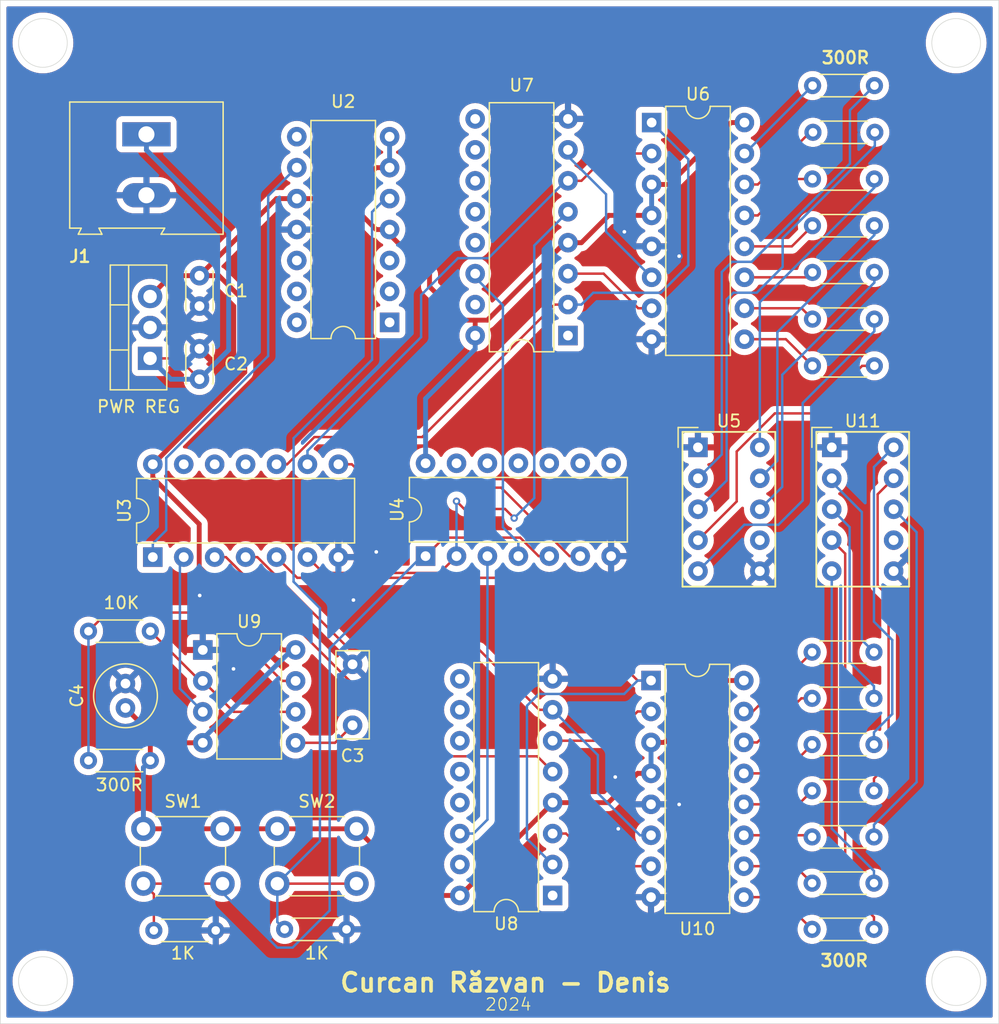
<source format=kicad_pcb>
(kicad_pcb (version 20240108) (generator "pcbnew") (generator_version "8.0")
  (layers (0 "F.Cu" signal) (31 "B.Cu" signal) (34 "B.Paste" user) (35 "F.Paste" user) (36 "B.SilkS" user "B.Silkscreen") (37 "F.SilkS" user "F.Silkscreen") (38 "B.Mask" user) (39 "F.Mask" user) (44 "Edge.Cuts" user))
  (net 0 "")
  (net 1 "+5V")
  (net 2 "GND")
  (net 3 "Net-(J1-Pin_1)")
  (net 4 "Net-(U9-CV)")
  (net 5 "Net-(U6-Qa)")
  (net 6 "Net-(U5-A)")
  (net 7 "Net-(U5-B)")
  (net 8 "Net-(U6-Qb)")
  (net 9 "Net-(U5-C)")
  (net 10 "Net-(U6-Qc)")
  (net 11 "Net-(U6-Qd)")
  (net 12 "Net-(U5-D)")
  (net 13 "Net-(U6-Qe)")
  (net 14 "Net-(U5-E)")
  (net 15 "Net-(U5-F)")
  (net 16 "Net-(U6-Qf)")
  (net 17 "Net-(U6-Qg)")
  (net 18 "Net-(U5-G)")
  (net 19 "Net-(U10-Qa)")
  (net 20 "Net-(U11-A)")
  (net 21 "Net-(U11-B)")
  (net 22 "Net-(U10-Qb)")
  (net 23 "Net-(U11-C)")
  (net 24 "Net-(U10-Qc)")
  (net 25 "Net-(U11-D)")
  (net 26 "Net-(U10-Qd)")
  (net 27 "Net-(U10-Qe)")
  (net 28 "Net-(U11-E)")
  (net 29 "Net-(U10-Qf)")
  (net 30 "Net-(U11-F)")
  (net 31 "Net-(U10-Qg)")
  (net 32 "Net-(U11-G)")
  (net 33 "Net-(U8-UP)")
  (net 34 "Net-(U2A-C)")
  (net 35 "Net-(U9-DIS)")
  (net 37 "Net-(U2A-Q)")
  (net 38 "Net-(U3-Pad8)")
  (net 39 "Net-(U10-DB)")
  (net 40 "Net-(U10-DD)")
  (net 41 "Net-(U7-UP)")
  (net 42 "Net-(U6-DC)")
  (net 43 "Net-(U9-Q)")
  (net 44 "Net-(U6-DB)")
  (net 45 "Net-(U8-CLR)")
  (net 46 "Net-(U7-CLR)")
  (net 48 "Net-(U6-DD)")
  (net 49 "Net-(U6-DA)")
  (net 59 "Net-(U10-DA)")
  (net 62 "Net-(U10-DC)")
  (net 82 "Net-(R15-Pad1)")
  (net 83 "Net-(U9-THR)")
  (footprint "Resistor_THT:R_Axial_DIN0204_L3.6mm_D1.6mm_P5.08mm_Horizontal" (layer "F.Cu") (at 194.95 42.6667)
    (property "Reference" "R1" (hide yes))
    (property "Value" "300R")
  )
  (footprint "Resistor_THT:R_Axial_DIN0204_L3.6mm_D1.6mm_P5.08mm_Horizontal" (layer "F.Cu") (at 194.92 89.0833)
    (property "Reference" "R8" (hide yes))
    (property "Value" "300R")
  )
  (footprint "Capacitor_THT:C_Radial_D5.0mm_H11.0mm_P2.00mm" (layer "F.Cu") (at 138.53 84.08 -90)
    (property "Reference" "C4")
    (property "Value" "47u")
  )
  (footprint "Package_DIP:DIP-14_W7.62mm" (layer "F.Cu") (at 160.22 54.435 180)
    (property "Reference" "U2")
    (property "Value" "74LS73")
  )
  (footprint "Button_Switch_THT:SW_PUSH_6mm" (layer "F.Cu") (at 151 96)
    (property "Reference" "SW2")
    (property "Value" "SW_Start_Stop")
  )
  (footprint "Resistor_THT:R_Axial_DIN0204_L3.6mm_D1.6mm_P5.08mm_Horizontal" (layer "F.Cu") (at 140.86 104.34)
    (property "Reference" "1K")
    (property "Value" "1k")
  )
  (footprint "Capacitor_THT:C_Disc_D3.0mm_W2.0mm_P2.50mm" (layer "F.Cu") (at 144.605 59.1 90)
    (property "Reference" "C2")
    (property "Value" "100n")
  )
  (footprint "Resistor_THT:R_Axial_DIN0204_L3.6mm_D1.6mm_P5.08mm_Horizontal" (layer "F.Cu") (at 140.57 79.78 180)
    (property "Reference" "10K")
    (property "Value" "10k")
  )
  (footprint "Resistor_THT:R_Axial_DIN0204_L3.6mm_D1.6mm_P5.08mm_Horizontal" (layer "F.Cu") (at 194.95 58)
    (property "Reference" "R5" (hide yes))
    (property "Value" "300R")
  )
  (footprint "Resistor_THT:R_Axial_DIN0204_L3.6mm_D1.6mm_P5.08mm_Horizontal" (layer "F.Cu") (at 194.92 104.25)
    (property "Reference" "R12" (hide yes))
    (property "Value" "300R")
  )
  (footprint "Resistor_THT:R_Axial_DIN0204_L3.6mm_D1.6mm_P5.08mm_Horizontal" (layer "F.Cu") (at 194.92 85.2917)
    (property "Reference" "R14" (hide yes))
    (property "Value" "300R")
  )
  (footprint "Package_DIP:DIP-14_W7.62mm" (layer "F.Cu") (at 163.175 73.62 90)
    (property "Reference" "U4")
    (property "Value" "4071")
  )
  (footprint "Package_DIP:DIP-16_W7.62mm" (layer "F.Cu") (at 174.87 55.515 180)
    (property "Reference" "U7")
    (property "Value" "74LS193")
  )
  (footprint "Resistor_THT:R_Axial_DIN0204_L3.6mm_D1.6mm_P5.08mm_Horizontal" (layer "F.Cu") (at 151.6 104.25)
    (property "Reference" "1K")
    (property "Value" "1k")
  )
  (footprint "Resistor_THT:R_Axial_DIN0204_L3.6mm_D1.6mm_P5.08mm_Horizontal" (layer "F.Cu") (at 194.95 54.1667)
    (property "Reference" "R4" (hide yes))
    (property "Value" "300R")
  )
  (footprint "Package_TO_SOT_THT:TO-220-3_Vertical" (layer "F.Cu") (at 140.55 57.39 90)
    (property "Reference" "PWR REG")
    (property "Value" "L7805")
  )
  (footprint "Package_DIP:DIP-16_W7.62mm" (layer "F.Cu") (at 181.69 83.83)
    (property "Reference" "U10")
    (property "Value" "4511")
  )
  (footprint "Capacitor_THT:C_Disc_D3.0mm_W2.0mm_P2.50mm" (layer "F.Cu") (at 144.605 50.6 -90)
    (property "Reference" "C1")
    (property "Value" "100n")
  )
  (footprint "Resistor_THT:R_Axial_DIN0204_L3.6mm_D1.6mm_P5.08mm_Horizontal" (layer "F.Cu") (at 194.92 96.6667)
    (property "Reference" "R10" (hide yes))
    (property "Value" "300R")
  )
  (footprint "Package_DIP:DIP-8_W7.62mm" (layer "F.Cu") (at 144.88 81.32)
    (property "Reference" "U9")
    (property "Value" "NE555D")
  )
  (footprint "Display_7Segment:HDSP-7401" (layer "F.Cu") (at 196.5325 64.69)
    (property "Reference" "U11")
    (property "Value" "HDSP-7403")
  )
  (footprint "Resistor_THT:R_Axial_DIN0204_L3.6mm_D1.6mm_P5.08mm_Horizontal" (layer "F.Cu") (at 194.92 100.4583)
    (property "Reference" "R11" (hide yes))
    (property "Value" "300R")
  )
  (footprint "Resistor_THT:R_Axial_DIN0204_L3.6mm_D1.6mm_P5.08mm_Horizontal" (layer "F.Cu") (at 194.95 46.5)
    (property "Reference" "R2" (hide yes))
    (property "Value" "300R")
  )
  (footprint "Capacitor_THT:C_Rect_L7.0mm_W2.5mm_P5.00mm" (layer "F.Cu") (at 157.18 82.5 -90)
    (property "Reference" "C3")
    (property "Value" "10n")
  )
  (footprint "Resistor_THT:R_Axial_DIN0204_L3.6mm_D1.6mm_P5.08mm_Horizontal" (layer "F.Cu") (at 194.92 81.5)
    (property "Reference" "R13" (hide yes))
    (property "Value" "300R")
  )
  (footprint "Resistor_THT:R_Axial_DIN0204_L3.6mm_D1.6mm_P5.08mm_Horizontal" (layer "F.Cu") (at 194.92 92.875)
    (property "Reference" "R9" (hide yes))
    (property "Value" "300R")
  )
  (footprint "Resistor_THT:R_Axial_DIN0204_L3.6mm_D1.6mm_P5.08mm_Horizontal" (layer "F.Cu") (at 194.95 50.3333)
    (property "Reference" "R3" (hide yes))
    (property "Value" "300R")
  )
  (footprint "TerminalBlock:TerminalBlock_Altech_AK300-2_P5.00mm" (layer "F.Cu") (at 140.25 39 -90)
    (property "Reference" "J1" (hide yes))
    (property "Value" "Screw_Terminal_01x02")
  )
  (footprint "Resistor_THT:R_Axial_DIN0204_L3.6mm_D1.6mm_P5.08mm_Horizontal" (layer "F.Cu") (at 194.96 35)
    (property "Reference" "R6" (hide yes))
    (property "Value" "300R")
  )
  (footprint "Package_DIP:DIP-14_W7.62mm" (layer "F.Cu") (at 140.775 73.7 90)
    (property "Reference" "U3")
    (property "Value" "74LS08")
  )
  (footprint "Resistor_THT:R_Axial_DIN0204_L3.6mm_D1.6mm_P5.08mm_Horizontal" (layer "F.Cu") (at 194.99 38.8333)
    (property "Reference" "R7" (hide yes))
    (property "Value" "300R")
  )
  (footprint "Resistor_THT:R_Axial_DIN0204_L3.6mm_D1.6mm_P5.08mm_Horizontal" (layer "F.Cu") (at 135.49 90.4)
    (property "Reference" "300R")
    (property "Value" "300")
  )
  (footprint "Package_DIP:DIP-16_W7.62mm" (layer "F.Cu") (at 181.74 38.035)
    (property "Reference" "U6")
    (property "Value" "4511")
  )
  (footprint "Display_7Segment:HDSP-7401" (layer "F.Cu") (at 185.545 64.6925)
    (property "Reference" "U5")
    (property "Value" "HDSP-7403")
  )
  (footprint "Button_Switch_THT:SW_PUSH_6mm" (layer "F.Cu") (at 140 96)
    (property "Reference" "SW1")
    (property "Value" "SW_Push")
  )
  (footprint "Package_DIP:DIP-16_W7.62mm" (layer "F.Cu") (at 173.61 101.47 180)
    (property "Reference" "U8")
    (property "Value" "74LS193")
  )
  (gr_circle (center 131.75 108.5) (end 133.75 108.5) (stroke (width 0.05)) (fill none) (layer "Edge.Cuts"))
  (gr_circle (center 206.75 31.5) (end 208.75 31.5) (stroke (width 0.05)) (fill none) (layer "Edge.Cuts"))
  (gr_circle (center 206.75 108.5) (end 208.75 108.5) (stroke (width 0.05)) (fill none) (layer "Edge.Cuts"))
  (gr_rect (start 128.25 28) (end 210.25 112) (stroke (width 0.05)) (fill none) (layer "Edge.Cuts"))
  (gr_circle (center 131.75 31.5) (end 133.75 31.5) (stroke (width 0.05)) (fill none) (layer "Edge.Cuts"))
  (gr_text "300R" (at 195.5 107.4 0) (layer "F.SilkS") (effects (font (size 1 1) (thickness 0.2) (bold yes)) (justify left bottom)))
  (gr_text "2024\n" (at 168 111 0) (layer "F.SilkS") (effects (font (size 1 1) (thickness 0.1)) (justify left bottom)))
  (gr_text "300R" (at 195.6 33.3 0) (layer "F.SilkS") (effects (font (size 1 1) (thickness 0.2) (bold yes)) (justify left bottom)))
  (gr_text "J1" (at 133.8 49.6 0) (layer "F.SilkS") (effects (font (size 1 1) (thickness 0.2) (bold yes)) (justify left bottom)))
  (gr_text "Curcan Răzvan - Denis\n" (at 156 109.5 0) (layer "F.SilkS") (effects (font (size 1.5 1.5) (thickness 0.3) (bold yes)) (justify left bottom)))
  (segment (start 178.2117 45.655) (end 175.9717 47.895) (width 0.4) (layer "F.Cu") (net 1))
  (segment (start 173.61 93.89) (end 173.61 93.85) (width 0.4) (layer "F.Cu") (net 1))
  (segment (start 178.1883 93.85) (end 180.5883 91.45) (width 0.4) (layer "F.Cu") (net 1))
  (segment (start 167.25 54.375) (end 167.125 54.25) (width 0.4) (layer "F.Cu") (net 1))
  (segment (start 152.6 44.275) (end 156.5783 44.275) (width 0.4) (layer "F.Cu") (net 1))
  (segment (start 187.8717 83.83) (end 189.31 83.83) (width 0.4) (layer "F.Cu") (net 1))
  (segment (start 174.605 47.895) (end 174.87 47.895) (width 0.4) (layer "F.Cu") (net 1))
  (segment (start 140.775 67.1817) (end 144.585 70.9917) (width 0.4) (layer "F.Cu") (net 1))
  (segment (start 148.325 52.725) (end 146.2 50.6) (width 0.4) (layer "F.Cu") (net 1))
  (segment (start 188.2583 38.035) (end 183.1783 43.115) (width 0.4) (layer "F.Cu") (net 1))
  (segment (start 156.5783 44.275) (end 159.1183 46.815) (width 0.4) (layer "F.Cu") (net 1))
  (segment (start 174.87 47.895) (end 175.9717 47.895) (width 0.4) (layer "F.Cu") (net 1))
  (segment (start 160.22 46.815) (end 160.22 47.22) (width 0.4) (layer "F.Cu") (net 1))
  (segment (start 181.69 88.91) (end 182.7917 88.91) (width 0.4) (layer "F.Cu") (net 1))
  (segment (start 173.61 93.85) (end 178.1883 93.85) (width 0.4) (layer "F.Cu") (net 1))
  (segment (start 140.57 88.94) (end 140.57 88.12) (width 0.4) (layer "F.Cu") (net 1))
  (segment (start 165.99 101.47) (end 162.97 101.47) (width 0.4) (layer "F.Cu") (net 1))
  (segment (start 160.22 41.735) (end 159.1183 41.735) (width 0.4) (layer "F.Cu") (net 1))
  (segment (start 156.5783 44.275) (end 157.6163 43.237) (width 0.4) (layer "F.Cu") (net 1))
  (segment (start 142.26 50.6) (end 140.55 52.31) (width 0.4) (layer "F.Cu") (net 1))
  (segment (start 144.605 50.6) (end 142.26 50.6) (width 0.4) (layer "F.Cu") (net 1))
  (segment (start 183.1783 43.115) (end 181.74 43.115) (width 0.4) (layer "F.Cu") (net 1))
  (segment (start 140.57 90.4) (end 140.57 88.94) (width 0.4) (layer "F.Cu") (net 1))
  (segment (start 167.125 54.25) (end 168.25 54.25) (width 0.4) (layer "F.Cu") (net 1))
  (segment (start 167.25 55.515) (end 167.25 54.375) (width 0.4) (layer "F.Cu") (net 1))
  (segment (start 151.3983 81.32) (end 152.5 81.32) (width 0.4) (layer "F.Cu") (net 1))
  (segment (start 157.6163 43.237) (end 159.1183 41.735) (width 0.4) (layer "F.Cu") (net 1))
  (segment (start 151 96) (end 146.5 96) (width 0.4) (layer "F.Cu") (net 1))
  (segment (start 144.88 88.94) (end 143.7783 88.94) (width 0.4) (layer "F.Cu") (net 1))
  (segment (start 146.2 50.6) (end 144.605 50.6) (width 0.4) (layer "F.Cu") (net 1))
  (segment (start 181.74 45.655) (end 178.2117 45.655) (width 0.4) (layer "F.Cu") (net 1))
  (segment (start 144.605 50.6) (end 150.93 44.275) (width 0.4) (layer "F.Cu") (net 1))
  (segment (start 166.03 101.47) (end 173.61 93.89) (width 0.4) (layer "F.Cu") (net 1))
  (segment (start 166.25 54.25) (end 167.125 54.25) (width 0.4) (layer "F.Cu") (net 1))
  (segment (start 182.7917 88.91) (end 187.8717 83.83) (width 0.4) (layer "F.Cu") (net 1))
  (segment (start 150.93 44.275) (end 152.6 44.275) (width 0.4) (layer "F.Cu") (net 1))
  (segment (start 189.36 38.035) (end 188.2583 38.035) (width 0.4) (layer "F.Cu") (net 1))
  (segment (start 163.5 51.5) (end 166.25 54.25) (width 0.4) (layer "F.Cu") (net 1))
  (segment (start 159.1183 46.815) (end 160.22 46.815) (width 0.4) (layer "F.Cu") (net 1))
  (segment (start 157.5 96) (end 151 96) (width 0.4) (layer "F.Cu") (net 1))
  (segment (start 165.99 101.47) (end 166.03 101.47) (width 0.4) (layer "F.Cu") (net 1))
  (segment (start 146.5 96) (end 140 96) (width 0.4) (layer "F.Cu") (net 1))
  (segment (start 163.5 50.5) (end 163.5 51.5) (width 0.4) (layer "F.Cu") (net 1))
  (segment (start 144.585 74.5067) (end 151.3983 81.32) (width 0.4) (layer "F.Cu") (net 1))
  (segment (start 181.69 91.45) (end 180.5883 91.45) (width 0.4) (layer "F.Cu") (net 1))
  (segment (start 144.585 70.9917) (end 144.585 74.5067) (width 0.4) (layer "F.Cu") (net 1))
  (segment (start 140.775 66.08) (end 140.775 67.1817) (width 0.4) (layer "F.Cu") (net 1))
  (segment (start 168.25 54.25) (end 174.605 47.895) (width 0.4) (layer "F.Cu") (net 1))
  (segment (start 162.97 101.47) (end 157.5 96) (width 0.4) (layer "F.Cu") (net 1))
  (segment (start 148.325 58.53) (end 148.325 52.725) (width 0.4) (layer "F.Cu") (net 1))
  (segment (start 160.22 47.22) (end 163.5 50.5) (width 0.4) (layer "F.Cu") (net 1))
  (segment (start 140.775 66.08) (end 148.325 58.53) (width 0.4) (layer "F.Cu") (net 1))
  (segment (start 140.57 88.94) (end 143.7783 88.94) (width 0.4) (layer "F.Cu") (net 1))
  (segment (start 140.57 88.12) (end 138.53 86.08) (width 0.4) (layer "F.Cu") (net 1))
  (segment (start 181.74 45.655) (end 181.74 43.115) (width 0.4) (layer "B.Cu") (net 1))
  (segment (start 140 90.97) (end 140.57 90.4) (width 0.4) (layer "B.Cu") (net 1))
  (segment (start 167.25 55.515) (end 167.25 56.6167) (width 0.4) (layer "B.Cu") (net 1))
  (segment (start 167.25 56.6167) (end 163.175 60.6917) (width 0.4) (layer "B.Cu") (net 1))
  (segment (start 144.88 88.62) (end 152.18 81.32) (width 0.4) (layer "B.Cu") (net 1))
  (segment (start 181.69 88.91) (end 181.69 91.45) (width 0.4) (layer "B.Cu") (net 1))
  (segment (start 160.22 41.735) (end 160.22 39.195) (width 0.4) (layer "B.Cu") (net 1))
  (segment (start 140 96) (end 140 90.97) (width 0.4) (layer "B.Cu") (net 1))
  (segment (start 152.18 81.32) (end 152.5 81.32) (width 0.4) (layer "B.Cu") (net 1))
  (segment (start 144.88 88.94) (end 144.88 88.62) (width 0.4) (layer "B.Cu") (net 1))
  (segment (start 163.175 60.6917) (end 163.175 66) (width 0.4) (layer "B.Cu") (net 1))
  (via (at 184 94) (size 0.6) (drill 0.3) (layers "F.Cu" "B.Cu") (net 2))
  (via (at 184 49) (size 0.6) (drill 0.3) (layers "F.Cu" "B.Cu") (net 2))
  (via (at 179 96) (size 0.6) (drill 0.3) (layers "F.Cu" "B.Cu") (net 2))
  (via (at 178.75 91.75) (size 0.6) (drill 0.3) (layers "F.Cu" "B.Cu") (net 2))
  (via (at 157.25 77.225) (size 0.6) (drill 0.3) (layers "F.Cu" "B.Cu") (net 2))
  (via (at 179.5 47) (size 0.6) (drill 0.3) (layers "F.Cu" "B.Cu") (net 2))
  (via (at 144.625 76.85) (size 0.6) (drill 0.3) (layers "F.Cu" "B.Cu") (net 2))
  (via (at 159.125 73.275) (size 0.6) (drill 0.3) (layers "F.Cu" "B.Cu") (net 2))
  (via (at 147.4 82.875) (size 0.6) (drill 0.3) (layers "F.Cu" "B.Cu") (net 2))
  (segment (start 142.895 57.39) (end 144.605 59.1) (width 0.2) (layer "F.Cu") (net 3))
  (segment (start 140.55 57.39) (end 142.895 57.39) (width 0.2) (layer "F.Cu") (net 3))
  (segment (start 144.605 59.1) (end 142.26 59.1) (width 0.4) (layer "B.Cu") (net 3))
  (segment (start 147 47.0417) (end 147 56.705) (width 0.4) (layer "B.Cu") (net 3))
  (segment (start 147 56.705) (end 144.605 59.1) (width 0.4) (layer "B.Cu") (net 3))
  (segment (start 140.25 39) (end 140.25 40.2917) (width 0.4) (layer "B.Cu") (net 3))
  (segment (start 142.26 59.1) (end 140.55 57.39) (width 0.4) (layer "B.Cu") (net 3))
  (segment (start 140.25 40.2917) (end 147 47.0417) (width 0.4) (layer "B.Cu") (net 3))
  (segment (start 155.74 88.94) (end 152.5 88.94) (width 0.2) (layer "F.Cu") (net 4))
  (segment (start 157.18 87.5) (end 155.74 88.94) (width 0.2) (layer "F.Cu") (net 4))
  (segment (start 189.36 45.655) (end 190.4617 45.655) (width 0.2) (layer "F.Cu") (net 5))
  (segment (start 190.4617 45.655) (end 193.45 42.6667) (width 0.2) (layer "F.Cu") (net 5))
  (segment (start 193.45 42.6667) (end 194.95 42.6667) (width 0.2) (layer "F.Cu") (net 5))
  (segment (start 200.03 43.37) (end 200.03 42.6667) (width 0.2) (layer "B.Cu") (net 6))
  (segment (start 190.625 64.6925) (end 190.625 52.775) (width 0.2) (layer "B.Cu") (net 6))
  (segment (start 190.625 52.775) (end 200.03 43.37) (width 0.2) (layer "B.Cu") (net 6))
  (segment (start 192.065 55.235) (end 192.065 65.7925) (width 0.2) (layer "B.Cu") (net 7))
  (segment (start 200.03 46.5) (end 200.03 47.27) (width 0.2) (layer "B.Cu") (net 7))
  (segment (start 192.065 65.7925) (end 190.625 67.2325) (width 0.2) (layer "B.Cu") (net 7))
  (segment (start 200.03 47.27) (end 192.065 55.235) (width 0.2) (layer "B.Cu") (net 7))
  (segment (start 189.36 48.195) (end 193.255 48.195) (width 0.2) (layer "F.Cu") (net 8))
  (segment (start 193.255 48.195) (end 194.95 46.5) (width 0.2) (layer "F.Cu") (net 8))
  (segment (start 192.465 58.735) (end 200.03 51.17) (width 0.2) (layer "B.Cu") (net 9))
  (segment (start 200.03 51.17) (end 200.03 50.3333) (width 0.2) (layer "B.Cu") (net 9))
  (segment (start 192.465 67.9325) (end 192.465 58.735) (width 0.2) (layer "B.Cu") (net 9))
  (segment (start 190.625 69.7725) (end 192.465 67.9325) (width 0.2) (layer "B.Cu") (net 9))
  (segment (start 194.5483 50.735) (end 194.95 50.3333) (width 0.2) (layer "F.Cu") (net 10))
  (segment (start 189.36 50.735) (end 194.5483 50.735) (width 0.2) (layer "F.Cu") (net 10))
  (segment (start 189.36 53.275) (end 194.0583 53.275) (width 0.2) (layer "F.Cu") (net 11))
  (segment (start 194.0583 53.275) (end 194.95 54.1667) (width 0.2) (layer "F.Cu") (net 11))
  (segment (start 194.1488 69.0512) (end 194.1488 61.0496) (width 0.2) (layer "B.Cu") (net 12))
  (segment (start 200.03 55.1684) (end 200.03 54.1667) (width 0.2) (layer "B.Cu") (net 12))
  (segment (start 192.1575 71.0425) (end 194.1488 69.0512) (width 0.2) (layer "B.Cu") (net 12))
  (segment (start 189.355 71.0425) (end 192.1575 71.0425) (width 0.2) (layer "B.Cu") (net 12))
  (segment (start 194.1488 61.0496) (end 200.03 55.1684) (width 0.2) (layer "B.Cu") (net 12))
  (segment (start 185.545 74.8525) (end 189.355 71.0425) (width 0.2) (layer "B.Cu") (net 12))
  (segment (start 189.36 55.815) (end 192.765 55.815) (width 0.2) (layer "F.Cu") (net 13))
  (segment (start 192.765 55.815) (end 194.95 58) (width 0.2) (layer "F.Cu") (net 13))
  (segment (start 185.545 72.3125) (end 188.725 69.1325) (width 0.2) (layer "F.Cu") (net 14))
  (segment (start 199.0283 58) (end 200.03 58) (width 0.2) (layer "F.Cu") (net 14))
  (segment (start 188.725 69.1325) (end 188.725 65.0336) (width 0.2) (layer "F.Cu") (net 14))
  (segment (start 195.1246 61.9037) (end 199.0283 58) (width 0.2) (layer "F.Cu") (net 14))
  (segment (start 188.725 65.0336) (end 191.8549 61.9037) (width 0.2) (layer "F.Cu") (net 14))
  (segment (start 191.8549 61.9037) (end 195.1246 61.9037) (width 0.2) (layer "F.Cu") (net 14))
  (segment (start 187.5 65.2775) (end 187.5 50.3) (width 0.2) (layer "B.Cu") (net 15))
  (segment (start 188.335 49.465) (end 189.96 49.465) (width 0.2) (layer "B.Cu") (net 15))
  (segment (start 185.545 67.2325) (end 187.5 65.2775) (width 0.2) (layer "B.Cu") (net 15))
  (segment (start 198.025 41.4) (end 198.025 37.015) (width 0.2) (layer "B.Cu") (net 15))
  (segment (start 198.025 37.015) (end 200.04 35) (width 0.2) (layer "B.Cu") (net 15))
  (segment (start 187.5 50.3) (end 188.335 49.465) (width 0.2) (layer "B.Cu") (net 15))
  (segment (start 189.96 49.465) (end 198.025 41.4) (width 0.2) (layer "B.Cu") (net 15))
  (segment (start 189.385 40.575) (end 194.96 35) (width 0.2) (layer "B.Cu") (net 16))
  (segment (start 189.36 40.575) (end 189.385 40.575) (width 0.2) (layer "B.Cu") (net 16))
  (segment (start 189.36 43.115) (end 190.4617 43.115) (width 0.2) (layer "F.Cu") (net 17))
  (segment (start 190.4617 43.115) (end 194.7434 38.8333) (width 0.2) (layer "F.Cu") (net 17))
  (segment (start 194.7434 38.8333) (end 194.99 38.8333) (width 0.2) (layer "F.Cu") (net 17))
  (segment (start 188.45 52) (end 190.375 52) (width 0.2) (layer "B.Cu") (net 18))
  (segment (start 192.5 49.875) (end 192.5 47.5152) (width 0.2) (layer "B.Cu") (net 18))
  (segment (start 192.5 47.5152) (end 200.07 39.9452) (width 0.2) (layer "B.Cu") (net 18))
  (segment (start 187.9 52.55) (end 188.45 52) (width 0.2) (layer "B.Cu") (net 18))
  (segment (start 200.07 39.9452) (end 200.07 38.8333) (width 0.2) (layer "B.Cu") (net 18))
  (segment (start 190.375 52) (end 192.5 49.875) (width 0.2) (layer "B.Cu") (net 18))
  (segment (start 187.9 67.4175) (end 187.9 52.55) (width 0.2) (layer "B.Cu") (net 18))
  (segment (start 185.545 69.7725) (end 187.9 67.4175) (width 0.2) (layer "B.Cu") (net 18))
  (segment (start 189.31 91.45) (end 192.5533 91.45) (width 0.2) (layer "F.Cu") (net 19))
  (segment (start 192.5533 91.45) (end 194.92 89.0833) (width 0.2) (layer "F.Cu") (net 19))
  (segment (start 201.6125 64.69) (end 200 66.3025) (width 0.2) (layer "B.Cu") (net 20))
  (segment (start 201.5 86.5816) (end 200 88.0816) (width 0.2) (layer "B.Cu") (net 20))
  (segment (start 200 88.0816) (end 200 89.0833) (width 0.2) (layer "B.Cu") (net 20))
  (segment (start 201.5 80.5) (end 201.5 86.5816) (width 0.2) (layer "B.Cu") (net 20))
  (segment (start 200 79) (end 201.5 80.5) (width 0.2) (layer "B.Cu") (net 20))
  (segment (start 200 66.3025) (end 200 79) (width 0.2) (layer "B.Cu") (net 20))
  (segment (start 201.6125 67.23) (end 200.3 68.5425) (width 0.2) (layer "F.Cu") (net 21))
  (segment (start 201.2 76.9302) (end 201.2 90.6733) (width 0.2) (layer "F.Cu") (net 21))
  (segment (start 201.2 90.6733) (end 200 91.8733) (width 0.2) (layer "F.Cu") (net 21))
  (segment (start 200.3 76.0302) (end 201.2 76.9302) (width 0.2) (layer "F.Cu") (net 21))
  (segment (start 200 91.8733) (end 200 92.875) (width 0.2) (layer "F.Cu") (net 21))
  (segment (start 200.3 68.5425) (end 200.3 76.0302) (width 0.2) (layer "F.Cu") (net 21))
  (segment (start 193.805 93.99) (end 194.92 92.875) (width 0.2) (layer "F.Cu") (net 22))
  (segment (start 189.31 93.99) (end 193.805 93.99) (width 0.2) (layer "F.Cu") (net 22))
  (segment (start 200 95.665) (end 203.5 92.165) (width 0.2) (layer "B.Cu") (net 23))
  (segment (start 203.5 92.165) (end 203.5 71.6575) (width 0.2) (layer "B.Cu") (net 23))
  (segment (start 203.5 71.6575) (end 201.6125 69.77) (width 0.2) (layer "B.Cu") (net 23))
  (segment (start 200 96.6667) (end 200 95.665) (width 0.2) (layer "B.Cu") (net 23))
  (segment (start 189.31 96.53) (end 194.7833 96.53) (width 0.2) (layer "F.Cu") (net 24))
  (segment (start 194.7833 96.53) (end 194.92 96.6667) (width 0.2) (layer "F.Cu") (net 24))
  (segment (start 196.5325 95.9891) (end 196.5325 74.85) (width 0.2) (layer "B.Cu") (net 25))
  (segment (start 200 99.4566) (end 196.5325 95.9891) (width 0.2) (layer "B.Cu") (net 25))
  (segment (start 200 100.4583) (end 200 99.4566) (width 0.2) (layer "B.Cu") (net 25))
  (segment (start 189.31 99.07) (end 193.5317 99.07) (width 0.2) (layer "F.Cu") (net 26))
  (segment (start 193.5317 99.07) (end 194.92 100.4583) (width 0.2) (layer "F.Cu") (net 26))
  (segment (start 189.31 101.61) (end 192.28 101.61) (width 0.2) (layer "F.Cu") (net 27))
  (segment (start 192.28 101.61) (end 194.92 104.25) (width 0.2) (layer "F.Cu") (net 27))
  (segment (start 197.6364 73.4139) (end 197.6364 100.8847) (width 0.2) (layer "F.Cu") (net 28))
  (segment (start 196.5325 72.31) (end 197.6364 73.4139) (width 0.2) (layer "F.Cu") (net 28))
  (segment (start 200 104.25) (end 200 103.2483) (width 0.2) (layer "F.Cu") (net 28))
  (segment (start 197.6364 100.8847) (end 200 103.2483) (width 0.2) (layer "F.Cu") (net 28))
  (segment (start 190.05 86.37) (end 194.92 81.5) (width 0.2) (layer "F.Cu") (net 29))
  (segment (start 189.31 86.37) (end 190.05 86.37) (width 0.2) (layer "F.Cu") (net 29))
  (segment (start 196.5325 67.23) (end 196.5325 67.5325) (width 0.2) (layer "B.Cu") (net 30))
  (segment (start 196.5325 67.5325) (end 199 70) (width 0.2) (layer "B.Cu") (net 30))
  (segment (start 199 70) (end 199 80.5) (width 0.2) (layer "B.Cu") (net 30))
  (segment (start 199 80.5) (end 200 81.5) (width 0.2) (layer "B.Cu") (net 30))
  (segment (start 190.4117 88.91) (end 194.03 85.2917) (width 0.2) (layer "F.Cu") (net 31))
  (segment (start 194.03 85.2917) (end 194.92 85.2917) (width 0.2) (layer "F.Cu") (net 31))
  (segment (start 189.31 88.91) (end 190.4117 88.91) (width 0.2) (layer "F.Cu") (net 31))
  (segment (start 200 85.2917) (end 200 84.29) (width 0.2) (layer "B.Cu") (net 32))
  (segment (start 198 82.29) (end 198 71.2375) (width 0.2) (layer "B.Cu") (net 32))
  (segment (start 200 84.29) (end 198 82.29) (width 0.2) (layer "B.Cu") (net 32))
  (segment (start 198 71.2375) (end 196.5325 69.77) (width 0.2) (layer "B.Cu") (net 32))
  (segment (start 173.61 91.31) (end 172.35 90.05) (width 0.2) (layer "F.Cu") (net 33))
  (segment (start 163.1308 90.05) (end 146.7808 73.7) (width 0.2) (layer "F.Cu") (net 33))
  (segment (start 172.35 90.05) (end 163.1308 90.05) (width 0.2) (layer "F.Cu") (net 33))
  (segment (start 146.7808 73.7) (end 145.855 73.7) (width 0.2) (layer "F.Cu") (net 33))
  (segment (start 151 100.5) (end 157.5 100.5) (width 0.2) (layer "F.Cu") (net 34))
  (segment (start 154.5 77.8849) (end 154.5 97) (width 0.2) (layer "B.Cu") (net 34))
  (segment (start 160.22 44.275) (end 159.875 44.275) (width 0.2) (layer "B.Cu") (net 34))
  (segment (start 152.3364 63.9416) (end 152.3364 75.7213) (width 0.2) (layer "B.Cu") (net 34))
  (segment (start 152.3364 75.7213) (end 154.5 77.8849) (width 0.2) (layer "B.Cu") (net 34))
  (segment (start 151.6 104.25) (end 151 103.65) (width 0.2) (layer "B.Cu") (net 34))
  (segment (start 159.875 44.275) (end 158.7802 45.3698) (width 0.2) (layer "B.Cu") (net 34))
  (segment (start 151 103.65) (end 151 100.5) (width 0.2) (layer "B.Cu") (net 34))
  (segment (start 158.7802 45.3698) (end 158.7802 57.4978) (width 0.2) (layer "B.Cu") (net 34))
  (segment (start 154.5 97) (end 151 100.5) (width 0.2) (layer "B.Cu") (net 34))
  (segment (start 158.7802 57.4978) (end 152.3364 63.9416) (width 0.2) (layer "B.Cu") (net 34))
  (segment (start 152.5 83.86) (end 151.3983 83.86) (width 0.2) (layer "F.Cu") (net 35))
  (segment (start 137.02 78.25) (end 135.49 79.78) (width 0.2) (layer "F.Cu") (net 35))
  (segment (start 145.7883 78.25) (end 137.02 78.25) (width 0.2) (layer "F.Cu") (net 35))
  (segment (start 151.3983 83.86) (end 145.7883 78.25) (width 0.2) (layer "F.Cu") (net 35))
  (segment (start 135.49 79.78) (end 135.49 90.4) (width 0.2) (layer "B.Cu") (net 35))
  (segment (start 140.775 72.5983) (end 141.8767 71.4966) (width 0.2) (layer "B.Cu") (net 37))
  (segment (start 141.8767 71.4966) (end 141.8767 65.562) (width 0.2) (layer "B.Cu") (net 37))
  (segment (start 152.565 41.735) (end 152.6 41.735) (width 0.2) (layer "B.Cu") (net 37))
  (segment (start 150.25 44.05) (end 152.565 41.735) (width 0.2) (layer "B.Cu") (net 37))
  (segment (start 141.8767 65.562) (end 150.25 57.1887) (width 0.2) (layer "B.Cu") (net 37))
  (segment (start 150.25 57.1887) (end 150.25 44.05) (width 0.2) (layer "B.Cu") (net 37))
  (segment (start 140.775 73.7) (end 140.775 72.5983) (width 0.2) (layer "B.Cu") (net 37))
  (segment (start 169.3816 68) (end 175.0016 73.62) (width 0.2) (layer "F.Cu") (net 38))
  (segment (start 157.1167 66.08) (end 159.0367 68) (width 0.2) (layer "F.Cu") (net 38))
  (segment (start 156.015 66.08) (end 157.1167 66.08) (width 0.2) (layer "F.Cu") (net 38))
  (segment (start 159.0367 68) (end 169.3816 68) (width 0.2) (layer "F.Cu") (net 38))
  (segment (start 175.0016 73.62) (end 175.875 73.62) (width 0.2) (layer "F.Cu") (net 38))
  (segment (start 152.6333 75.3983) (end 150.935 73.7) (width 0.2) (layer "F.Cu") (net 39))
  (segment (start 181.69 83.83) (end 180.5883 83.83) (width 0.2) (layer "F.Cu") (net 39))
  (segment (start 180.5883 83.83) (end 172.1566 75.3983) (width 0.2) (layer "F.Cu") (net 39))
  (segment (start 172.1566 75.3983) (end 152.6333 75.3983) (width 0.2) (layer "F.Cu") (net 39))
  (segment (start 179.4866 84.9317) (end 180.5883 83.83) (width 0.2) (layer "B.Cu") (net 39))
  (segment (start 173.61 98.93) (end 171.5 96.82) (width 0.2) (layer "B.Cu") (net 39))
  (segment (start 171.5 96.82) (end 171.5 85.9) (width 0.2) (layer "B.Cu") (net 39))
  (segment (start 180.5883 83.83) (end 181.69 83.83) (width 0.2) (layer "B.Cu") (net 39))
  (segment (start 172.4683 84.9317) (end 179.4866 84.9317) (width 0.2) (layer "B.Cu") (net 39))
  (segment (start 171.5 85.9) (end 172.4683 84.9317) (width 0.2) (layer "B.Cu") (net 39))
  (segment (start 167.5657 81.2874) (end 172.5083 86.23) (width 0.2) (layer "F.Cu") (net 40))
  (segment (start 148.395 73.7) (end 149.359 73.7) (width 0.2) (layer "F.Cu") (net 40))
  (segment (start 172.5083 86.23) (end 173.61 86.23) (width 0.2) (layer "F.Cu") (net 40))
  (segment (start 156.9464 81.2874) (end 167.5657 81.2874) (width 0.2) (layer "F.Cu") (net 40))
  (segment (start 149.359 73.7) (end 156.9464 81.2874) (width 0.2) (layer "F.Cu") (net 40))
  (segment (start 180.78 96.53) (end 181.69 96.53) (width 0.2) (layer "B.Cu") (net 40))
  (segment (start 173.61 86.235) (end 177.325 89.95) (width 0.2) (layer "B.Cu") (net 40))
  (segment (start 177.325 93.075) (end 180.78 96.53) (width 0.2) (layer "B.Cu") (net 40))
  (segment (start 173.61 86.23) (end 173.61 86.235) (width 0.2) (layer "B.Cu") (net 40))
  (segment (start 177.325 89.95) (end 177.325 93.075) (width 0.2) (layer "B.Cu") (net 40))
  (segment (start 166.35 69.75) (end 169.7 69.75) (width 0.2) (layer "F.Cu") (net 41))
  (segment (start 154.7733 74.9983) (end 153.475 73.7) (width 0.2) (layer "F.Cu") (net 41))
  (segment (start 165.715 69.115) (end 166.35 69.75) (width 0.2) (layer "F.Cu") (net 41))
  (segment (start 164.3367 74.9983) (end 154.7733 74.9983) (width 0.2) (layer "F.Cu") (net 41))
  (segment (start 169.7 69.75) (end 170.45 70.5) (width 0.2) (layer "F.Cu") (net 41))
  (segment (start 165.715 73.62) (end 164.3367 74.9983) (width 0.2) (layer "F.Cu") (net 41))
  (via (at 170.45 70.5) (size 0.6) (drill 0.3) (layers "F.Cu" "B.Cu") (net 41))
  (via (at 165.715 69.115) (size 0.6) (drill 0.3) (layers "F.Cu" "B.Cu") (net 41))
  (segment (start 165.715 69.115) (end 165.715 73.62) (width 0.2) (layer "B.Cu") (net 41))
  (segment (start 172.1 48.125) (end 174.87 45.355) (width 0.2) (layer "B.Cu") (net 41))
  (segment (start 172.1 68.85) (end 172.1 48.125) (width 0.2) (layer "B.Cu") (net 41))
  (segment (start 170.45 70.5) (end 172.1 68.85) (width 0.2) (layer "B.Cu") (net 41))
  (segment (start 178.2117 40.575) (end 175.9717 42.815) (width 0.2) (layer "F.Cu") (net 42))
  (segment (start 181.74 40.575) (end 178.2117 40.575) (width 0.2) (layer "F.Cu") (net 42))
  (segment (start 174.87 42.815) (end 175.9717 42.815) (width 0.2) (layer "F.Cu") (net 42))
  (segment (start 174.87 42.815) (end 174.685 42.815) (width 0.2) (layer "B.Cu") (net 42))
  (segment (start 162.8067 52.1933) (end 162.8067 55.6466) (width 0.2) (layer "B.Cu") (net 42))
  (segment (start 174.685 42.815) (end 168.335 49.165) (width 0.2) (layer "B.Cu") (net 42))
  (segment (start 165.835 49.165) (end 162.8067 52.1933) (width 0.2) (layer "B.Cu") (net 42))
  (segment (start 168.335 49.165) (end 165.835 49.165) (width 0.2) (layer "B.Cu") (net 42))
  (segment (start 162.8067 55.6466) (end 153.475 64.9783) (width 0.2) (layer "B.Cu") (net 42))
  (segment (start 153.475 64.9783) (end 153.475 66.08) (width 0.2) (layer "B.Cu") (net 42))
  (segment (start 144.88 86.4) (end 144.88 86.38) (width 0.2) (layer "B.Cu") (net 43))
  (segment (start 143 74.015) (end 143.315 73.7) (width 0.2) (layer "B.Cu") (net 43))
  (segment (start 143 84.5) (end 143 74.015) (width 0.2) (layer "B.Cu") (net 43))
  (segment (start 144.88 86.38) (end 143 84.5) (width 0.2) (layer "B.Cu") (net 43))
  (segment (start 162.8983 63.845) (end 154.0434 63.845) (width 0.2) (layer "F.Cu") (net 44))
  (segment (start 174.87 52.975) (end 173.7683 52.975) (width 0.2) (layer "F.Cu") (net 44))
  (segment (start 173.7683 52.975) (end 162.8983 63.845) (width 0.2) (layer "F.Cu") (net 44))
  (segment (start 154.0434 63.845) (end 151.8084 66.08) (width 0.2) (layer "F.Cu") (net 44))
  (segment (start 151.8084 66.08) (end 150.935 66.08) (width 0.2) (layer "F.Cu") (net 44))
  (segment (start 176.9417 52.005) (end 175.9717 52.975) (width 0.2) (layer "B.Cu") (net 44))
  (segment (start 182.495 52.005) (end 176.9417 52.005) (width 0.2) (layer "B.Cu") (net 44))
  (segment (start 175.9717 52.975) (end 174.87 52.975) (width 0.2) (layer "B.Cu") (net 44))
  (segment (start 181.74 38.035) (end 184.75 41.045) (width 0.2) (layer "B.Cu") (net 44))
  (segment (start 184.75 41.045) (end 184.75 49.75) (width 0.2) (layer "B.Cu") (net 44))
  (segment (start 184.75 49.75) (end 182.495 52.005) (width 0.2) (layer "B.Cu") (net 44))
  (segment (start 168.255 95.245) (end 168.255 73.62) (width 0.2) (layer "B.Cu") (net 45))
  (segment (start 167.11 96.39) (end 168.255 95.245) (width 0.2) (layer "B.Cu") (net 45))
  (segment (start 165.99 96.39) (end 167.11 96.39) (width 0.2) (layer "B.Cu") (net 45))
  (segment (start 169.525 71.2483) (end 170.795 72.5183) (width 0.2) (layer "B.Cu") (net 46))
  (segment (start 170.795 72.5183) (end 170.795 73.62) (width 0.2) (layer "B.Cu") (net 46))
  (segment (start 169.525 53.025) (end 169.525 71.2483) (width 0.2) (layer "B.Cu") (net 46))
  (segment (start 167.25 50.435) (end 167.25 50.75) (width 0.2) (layer "B.Cu") (net 46))
  (segment (start 167.25 50.75) (end 169.525 53.025) (width 0.2) (layer "B.Cu") (net 46))
  (segment (start 181.74 50.735) (end 181.735 50.735) (width 0.2) (layer "B.Cu") (net 48))
  (segment (start 178 47) (end 178 43.925) (width 0.2) (layer "B.Cu") (net 48))
  (segment (start 178 43.925) (end 174.87 40.795) (width 0.2) (layer "B.Cu") (net 48))
  (segment (start 181.735 50.735) (end 178 47) (width 0.2) (layer "B.Cu") (net 48))
  (segment (start 174.87 40.795) (end 174.87 40.275) (width 0.2) (layer "B.Cu") (net 48))
  (segment (start 181.74 53.275) (end 180.6383 53.275) (width 0.2) (layer "F.Cu") (net 49))
  (segment (start 180.6383 53.275) (end 177.7983 50.435) (width 0.2) (layer "F.Cu") (net 49))
  (segment (start 177.7983 50.435) (end 174.87 50.435) (width 0.2) (layer "F.Cu") (net 49))
  (segment (start 173.61 96.39) (end 174.7117 96.39) (width 0.2) (layer "F.Cu") (net 59))
  (segment (start 174.7117 96.39) (end 177.3917 99.07) (width 0.2) (layer "F.Cu") (net 59))
  (segment (start 177.3917 99.07) (end 181.69 99.07) (width 0.2) (layer "F.Cu") (net 59))
  (segment (start 181.69 86.37) (end 180.5883 86.37) (width 0.2) (layer "F.Cu") (net 62))
  (segment (start 173.61 88.77) (end 178.1883 88.77) (width 0.2) (layer "F.Cu") (net 62))
  (segment (start 178.1883 88.77) (end 180.5883 86.37) (width 0.2) (layer "F.Cu") (net 62))
  (segment (start 172.4616 73.62) (end 173.335 73.62) (width 0.2) (layer "F.Cu") (net 82))
  (segment (start 140 100.5) (end 140.86 101.36) (width 0.2) (layer "F.Cu") (net 82))
  (segment (start 170.9416 72.1) (end 172.4616 73.62) (width 0.2) (layer "F.Cu") (net 82))
  (segment (start 164.695 72.1) (end 170.9416 72.1) (width 0.2) (layer "F.Cu") (net 82))
  (segment (start 140.86 100.5) (end 140 100.5) (width 0.2) (layer "F.Cu") (net 82))
  (segment (start 140.86 101.36) (end 140.86 104.34) (width 0.2) (layer "F.Cu") (net 82))
  (segment (start 146.5 100.5) (end 140.86 100.5) (width 0.2) (layer "F.Cu") (net 82))
  (segment (start 163.175 73.62) (end 164.695 72.1) (width 0.2) (layer "F.Cu") (net 82))
  (segment (start 152.25 105.75) (end 151 105.75) (width 0.2) (layer "B.Cu") (net 82))
  (segment (start 155.3 102.7) (end 152.25 105.75) (width 0.2) (layer "B.Cu") (net 82))
  (segment (start 155.3 81.2) (end 155.3 102.7) (width 0.2) (layer "B.Cu") (net 82))
  (segment (start 163.175 73.62) (end 162.88 73.62) (width 0.2) (layer "B.Cu") (net 82))
  (segment (start 162.88 73.62) (end 155.3 81.2) (width 0.2) (layer "B.Cu") (net 82))
  (segment (start 151 105.75) (end 146.5 101.25) (width 0.2) (layer "B.Cu") (net 82))
  (segment (start 146.5 101.25) (end 146.5 100.5) (width 0.2) (layer "B.Cu") (net 82))
  (segment (start 144.65 83.86) (end 140.57 79.78) (width 0.2) (layer "F.Cu") (net 83))
  (segment (start 147.42 86.4) (end 144.88 83.86) (width 0.2) (layer "F.Cu") (net 83))
  (segment (start 152.5 86.4) (end 147.42 86.4) (width 0.2) (layer "F.Cu") (net 83))
  (segment (start 144.88 83.86) (end 144.65 83.86) (width 0.2) (layer "F.Cu") (net 83))
  (zone (net 2) (net_name "GND") (layers "F&B.Cu") (connect_pads (clearance 0.5)) (min_thickness 0.25) (fill yes (thermal_gap 0.5) (thermal_bridge_width 0.5))
    (polygon (pts (xy 128.25 28) (xy 210 28) (xy 210 112) (xy 128.25 112)))
  )
)
</source>
